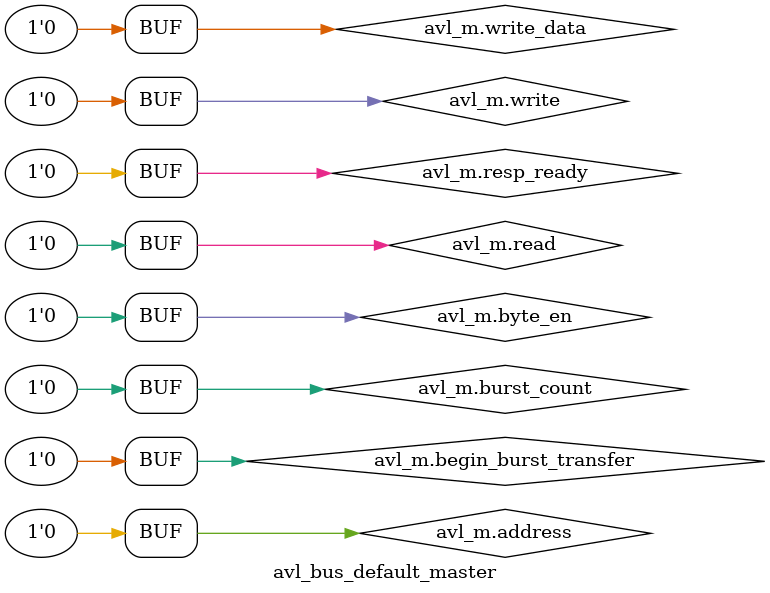
<source format=sv>
module avl_bus_default_master(
  i_avl_bus.master avl_m
);

assign avl_m.address              ='d0;
assign avl_m.byte_en              ='d0;
assign avl_m.read                 ='d0;
assign avl_m.write                ='d0;
assign avl_m.write_data           ='d0;
assign avl_m.begin_burst_transfer ='d0;
assign avl_m.burst_count          ='d0;
assign avl_m.resp_ready           ='d0;

endmodule

</source>
